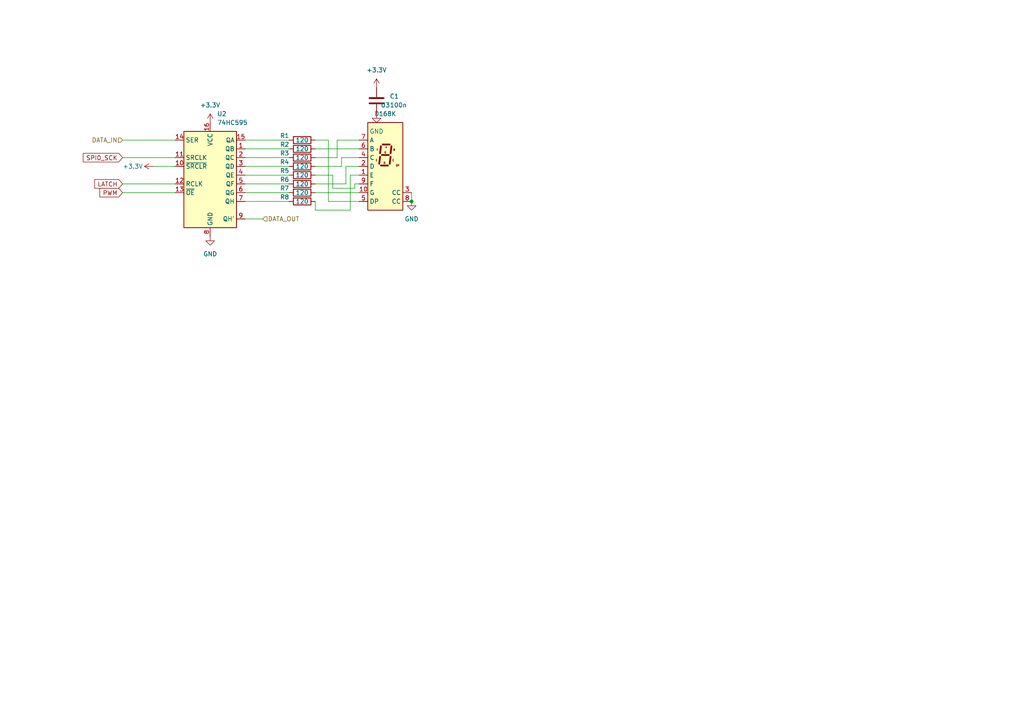
<source format=kicad_sch>
(kicad_sch (version 20211123) (generator eeschema)
  (paper "A4")
  (lib_symbols
    (symbol "74xx:74HC595"
      (property "Reference" "U" (at -7.62 13.97 0))
      (property "Value" "74HC595" (at -7.62 -16.51 0))
      (symbol "74HC595_1_0"
        (pin tri_state line (at 10.16 7.62 180) (length 2.54) (name "QB") (number "1"))
        (pin input line (at -10.16 2.54 0) (length 2.54) (name "~{SRCLR}") (number "10"))
        (pin input line (at -10.16 5.08 0) (length 2.54) (name "SRCLK") (number "11"))
        (pin input line (at -10.16 -2.54 0) (length 2.54) (name "RCLK") (number "12"))
        (pin input line (at -10.16 -5.08 0) (length 2.54) (name "~{OE}") (number "13"))
        (pin input line (at -10.16 10.16 0) (length 2.54) (name "SER") (number "14"))
        (pin tri_state line (at 10.16 10.16 180) (length 2.54) (name "QA") (number "15"))
        (pin power_in line (at 0 15.24 270) (length 2.54) (name "VCC") (number "16"))
        (pin tri_state line (at 10.16 5.08 180) (length 2.54) (name "QC") (number "2"))
        (pin tri_state line (at 10.16 2.54 180) (length 2.54) (name "QD") (number "3"))
        (pin tri_state line (at 10.16 0 180) (length 2.54) (name "QE") (number "4"))
        (pin tri_state line (at 10.16 -2.54 180) (length 2.54) (name "QF") (number "5"))
        (pin tri_state line (at 10.16 -5.08 180) (length 2.54) (name "QG") (number "6"))
        (pin tri_state line (at 10.16 -7.62 180) (length 2.54) (name "QH") (number "7"))
        (pin power_in line (at 0 -17.78 90) (length 2.54) (name "GND") (number "8"))
        (pin output line (at 10.16 -12.7 180) (length 2.54) (name "QH'") (number "9"))
      )
      (symbol "74HC595_1_1"
        (rectangle (start -7.62 12.7) (end 7.62 -15.24) (stroke (width 0.254)) (fill (type background)))
      )
    )
    (symbol "Device:C" (pin_numbers hide) (pin_names (offset 0.254))
      (property "Reference" "C" (at 0.635 2.54 0))
      (property "Value" "C" (at 0.635 -2.54 0))
      (symbol "C_0_1"
        (polyline (pts (xy -2.032 -0.762) (xy 2.032 -0.762)) (stroke (width 0.508)))
        (polyline (pts (xy -2.032 0.762) (xy 2.032 0.762)) (stroke (width 0.508)))
      )
      (symbol "C_1_1"
        (pin passive line (at 0 3.81 270) (length 2.794) (name "~") (number "1"))
        (pin passive line (at 0 -3.81 90) (length 2.794) (name "~") (number "2"))
      )
    )
    (symbol "Device:R" (pin_numbers hide) (pin_names (offset 0))
      (property "Reference" "R" (at 2.032 0 90))
      (property "Value" "R" (at 0 0 90))
      (symbol "R_0_1"
        (rectangle (start -1.016 -2.54) (end 1.016 2.54) (stroke (width 0.254)))
      )
      (symbol "R_1_1"
        (pin passive line (at 0 3.81 270) (length 1.27) (name "~") (number "1"))
        (pin passive line (at 0 -3.81 90) (length 1.27) (name "~") (number "2"))
      )
    )
    (symbol "Display_Character:D168K"
      (property "Reference" "U" (at -2.54 13.97 0))
      (property "Value" "D168K" (at 1.27 13.97 0))
      (symbol "D168K_0_0"
        (text "A" (at 0.254 5.588 0) (effects (font (size 0.508 0.508))))
        (text "B" (at 2.54 4.826 0) (effects (font (size 0.508 0.508))))
        (text "C" (at 2.286 1.778 0) (effects (font (size 0.508 0.508))))
        (text "D" (at -0.254 1.016 0) (effects (font (size 0.508 0.508))))
        (text "DP" (at 3.556 0.254 0) (effects (font (size 0.508 0.508))))
        (text "E" (at -2.54 1.778 0) (effects (font (size 0.508 0.508))))
        (text "F" (at -2.286 4.826 0) (effects (font (size 0.508 0.508))))
        (text "G" (at 0 4.064 0) (effects (font (size 0.508 0.508))))
      )
      (symbol "D168K_0_1"
        (rectangle (start -5.08 12.7) (end 5.08 -12.7) (stroke (width 0.254)) (fill (type background)))
        (polyline (pts (xy -1.524 2.794) (xy -1.778 0.762)) (stroke (width 0.508)))
        (polyline (pts (xy -1.27 0.254) (xy 0.762 0.254)) (stroke (width 0.508)))
        (polyline (pts (xy -1.27 5.842) (xy -1.524 3.81)) (stroke (width 0.508)))
        (polyline (pts (xy -1.016 3.302) (xy 1.016 3.302)) (stroke (width 0.508)))
        (polyline (pts (xy -0.762 6.35) (xy 1.27 6.35)) (stroke (width 0.508)))
        (polyline (pts (xy 1.524 2.794) (xy 1.27 0.762)) (stroke (width 0.508)))
        (polyline (pts (xy 1.778 5.842) (xy 1.524 3.81)) (stroke (width 0.508)))
        (polyline (pts (xy 2.54 0.254) (xy 2.54 0.254)) (stroke (width 0.508)))
      )
      (symbol "D168K_1_1"
        (pin input line (at -7.62 -2.54 0) (length 2.54) (name "E") (number "1"))
        (pin input line (at -7.62 -7.62 0) (length 2.54) (name "G") (number "10"))
        (pin input line (at -7.62 0 0) (length 2.54) (name "D") (number "2"))
        (pin input line (at 7.62 -7.62 180) (length 2.54) (name "CC") (number "3"))
        (pin input line (at -7.62 2.54 0) (length 2.54) (name "C") (number "4"))
        (pin input line (at -7.62 -10.16 0) (length 2.54) (name "DP") (number "5"))
        (pin input line (at -7.62 5.08 0) (length 2.54) (name "B") (number "6"))
        (pin input line (at -7.62 7.62 0) (length 2.54) (name "A") (number "7"))
        (pin input line (at 7.62 -10.16 180) (length 2.54) (name "CC") (number "8"))
        (pin input line (at -7.62 -5.08 0) (length 2.54) (name "F") (number "9"))
      )
    )
    (symbol "power:+3.3V" (power) (pin_names (offset 0))
      (property "Value" "+3.3V" (at 0 3.556 0))
      (symbol "+3.3V_0_1"
        (polyline (pts (xy -0.762 1.27) (xy 0 2.54)))
        (polyline (pts (xy 0 0) (xy 0 2.54)))
        (polyline (pts (xy 0 2.54) (xy 0.762 1.27)))
      )
      (symbol "+3.3V_1_1"
        (pin power_in line (at 0 0 90) (length 0) hide (name "+3.3V") (number "1"))
      )
    )
    (symbol "power:GND" (power) (pin_names (offset 0))
      (property "Value" "GND" (at 0 -3.81 0))
      (symbol "GND_0_1"
        (polyline (pts (xy 0 0) (xy 0 -1.27) (xy 1.27 -1.27) (xy 0 -2.54) (xy -1.27 -1.27) (xy 0 -1.27)))
      )
      (symbol "GND_1_1"
        (pin power_in line (at 0 0 270) (length 0) hide (name "GND") (number "1"))
      )
    )
  )
  (junction (at 119.38 58.42))
  (wire (pts (xy 95.25 58.42) (xy 104.14 58.42)))
  (wire (pts (xy 97.79 45.72) (xy 97.79 40.64)))
  (wire (pts (xy 97.79 40.64) (xy 104.14 40.64)))
  (wire (pts (xy 91.44 50.8) (xy 96.52 50.8)))
  (wire (pts (xy 71.12 53.34) (xy 83.82 53.34)))
  (wire (pts (xy 100.33 48.26) (xy 104.14 48.26)))
  (wire (pts (xy 91.44 43.18) (xy 104.14 43.18)))
  (wire (pts (xy 35.56 53.34) (xy 50.8 53.34)))
  (wire (pts (xy 35.56 40.64) (xy 50.8 40.64)))
  (wire (pts (xy 96.52 50.8) (xy 96.52 54.61)))
  (wire (pts (xy 71.12 43.18) (xy 83.82 43.18)))
  (wire (pts (xy 91.44 40.64) (xy 95.25 40.64)))
  (wire (pts (xy 71.12 40.64) (xy 83.82 40.64)))
  (wire (pts (xy 71.12 50.8) (xy 83.82 50.8)))
  (wire (pts (xy 101.6 50.8) (xy 104.14 50.8)))
  (wire (pts (xy 71.12 45.72) (xy 83.82 45.72)))
  (wire (pts (xy 119.38 55.88) (xy 119.38 58.42)))
  (wire (pts (xy 99.06 45.72) (xy 104.14 45.72)))
  (wire (pts (xy 95.25 40.64) (xy 95.25 58.42)))
  (wire (pts (xy 35.56 45.72) (xy 50.8 45.72)))
  (wire (pts (xy 102.87 54.61) (xy 102.87 53.34)))
  (wire (pts (xy 71.12 48.26) (xy 83.82 48.26)))
  (wire (pts (xy 91.44 55.88) (xy 104.14 55.88)))
  (wire (pts (xy 102.87 53.34) (xy 104.14 53.34)))
  (wire (pts (xy 91.44 58.42) (xy 91.44 60.96)))
  (wire (pts (xy 91.44 48.26) (xy 99.06 48.26)))
  (wire (pts (xy 91.44 60.96) (xy 101.6 60.96)))
  (wire (pts (xy 99.06 48.26) (xy 99.06 45.72)))
  (wire (pts (xy 35.56 55.88) (xy 50.8 55.88)))
  (wire (pts (xy 44.45 48.26) (xy 50.8 48.26)))
  (wire (pts (xy 101.6 60.96) (xy 101.6 50.8)))
  (wire (pts (xy 71.12 58.42) (xy 83.82 58.42)))
  (wire (pts (xy 106.68 54.61) (xy 106.68 55.88)))
  (wire (pts (xy 91.44 53.34) (xy 100.33 53.34)))
  (wire (pts (xy 71.12 63.5) (xy 76.2 63.5)))
  (wire (pts (xy 96.52 54.61) (xy 102.87 54.61)))
  (wire (pts (xy 100.33 53.34) (xy 100.33 48.26)))
  (wire (pts (xy 91.44 45.72) (xy 97.79 45.72)))
  (wire (pts (xy 71.12 55.88) (xy 83.82 55.88)))
  (global_label "SPI0_SCK" (shape input) (at 35.56 45.72 180) (property "Intersheet References" "${INTERSHEET_REFS}" (effects hide)))
  (global_label "LATCH" (shape input) (at 35.56 53.34 180) (property "Intersheet References" "${INTERSHEET_REFS}" (effects hide)))
  (global_label "PWM" (shape input) (at 35.56 55.88 180) (property "Intersheet References" "${INTERSHEET_REFS}" (effects hide)))
  (hierarchical_label "DATA_OUT" (shape input) (at 76.2 63.5 0))
  (hierarchical_label "DATA_IN" (shape input) (at 35.56 40.64 180))
  (symbol (lib_id "Device:R") (at 87.63 43.18 90) (unit 1)
    (property "Reference" "R2" (at 82.55 41.91 90))
    (property "Value" "120" (at 87.63 43.18 90))
    (property "Footprint" "Resistor_SMD:R_0402_1005Metric" (effects hide))
    (property "LCSC" "C25079" (effects hide))
  )
  (symbol (lib_id "Device:R") (at 87.63 48.26 90) (unit 1)
    (property "Reference" "R4" (at 82.55 46.99 90))
    (property "Value" "120" (at 87.63 48.26 90))
    (property "Footprint" "Resistor_SMD:R_0402_1005Metric" (effects hide))
    (property "LCSC" "C25079" (effects hide))
  )
  (symbol (lib_id "Display_Character:D168K") (at 111.76 48.26 0) (unit 1)
    (property "Reference" "U3" (at 111.76 30.48 0))
    (property "Value" "D168K" (at 111.76 33.02 0))
    (property "Footprint" "Display_7Segment:D1X8K" (effects hide))
    (property "Datasheet" "https://ia800903.us.archive.org/24/items/CTKD1x8K/Cromatek%20D168K.pdf" (effects hide))
    (property "LCSC" "C252201" (effects hide))
  )
  (symbol (lib_id "Device:R") (at 87.63 40.64 90) (unit 1)
    (property "Reference" "R1" (at 82.55 39.37 90))
    (property "Value" "120" (at 87.63 40.64 90))
    (property "Footprint" "Resistor_SMD:R_0402_1005Metric" (effects hide))
    (property "LCSC" "C25079" (effects hide))
  )
  (symbol (lib_id "Device:C") (at 109.22 29.21 0) (unit 1)
    (property "Reference" "C1" (at 113.03 27.9399 0) (effects (justify left)))
    (property "Value" "100n" (at 113.03 30.4799 0) (effects (justify left)))
    (property "Footprint" "Capacitor_SMD:C_0402_1005Metric" (effects hide))
    (property "LCSC" "C1525" (effects hide))
  )
  (symbol (lib_id "power:GND") (at 60.96 68.58 0) (unit 1)
    (property "Reference" "#PWR0102" (effects hide))
    (property "Value" "GND" (at 60.96 73.66 0))
  )
  (symbol (lib_id "Device:R") (at 87.63 53.34 90) (unit 1)
    (property "Reference" "R6" (at 82.55 52.07 90))
    (property "Value" "120" (at 87.63 53.34 90))
    (property "Footprint" "Resistor_SMD:R_0402_1005Metric" (effects hide))
    (property "LCSC" "C25079" (effects hide))
  )
  (symbol (lib_id "Device:R") (at 87.63 50.8 90) (unit 1)
    (property "Reference" "R5" (at 82.55 49.53 90))
    (property "Value" "120" (at 87.63 50.8 90))
    (property "Footprint" "Resistor_SMD:R_0402_1005Metric" (effects hide))
    (property "LCSC" "C25079" (effects hide))
  )
  (symbol (lib_id "power:+3.3V") (at 60.96 35.56 0) (unit 1)
    (property "Reference" "#PWR0101" (effects hide))
    (property "Value" "+3.3V" (at 60.96 30.48 0))
  )
  (symbol (lib_id "power:GND") (at 109.22 33.02 0) (unit 1)
    (property "Reference" "#PWR0105" (effects hide))
    (property "Value" "GND" (at 109.22 38.1 0))
  )
  (symbol (lib_id "74xx:74HC595") (at 60.96 50.8 0) (unit 1)
    (property "Reference" "U2" (at 62.9794 33.02 0) (effects (justify left)))
    (property "Value" "74HC595" (at 62.9794 35.56 0) (effects (justify left)))
    (property "Footprint" "Package_SO:SOIC-16_3.9x9.9mm_P1.27mm" (effects hide))
    (property "Datasheet" "http://www.ti.com/lit/ds/symlink/sn74hc595.pdf" (effects hide))
    (property "LCSC" "C5947" (effects hide))
  )
  (symbol (lib_id "Device:R") (at 87.63 45.72 90) (unit 1)
    (property "Reference" "R3" (at 82.55 44.45 90))
    (property "Value" "120" (at 87.63 45.72 90))
    (property "Footprint" "Resistor_SMD:R_0402_1005Metric" (effects hide))
    (property "LCSC" "C25079" (effects hide))
  )
  (symbol (lib_id "Device:R") (at 87.63 55.88 90) (unit 1)
    (property "Reference" "R7" (at 82.55 54.61 90))
    (property "Value" "120" (at 87.63 55.88 90))
    (property "Footprint" "Resistor_SMD:R_0402_1005Metric" (effects hide))
    (property "LCSC" "C25079" (effects hide))
  )
  (symbol (lib_id "power:+3.3V") (at 109.22 25.4 0) (unit 1)
    (property "Reference" "#PWR0103" (effects hide))
    (property "Value" "+3.3V" (at 109.22 20.32 0))
  )
  (symbol (lib_id "power:GND") (at 119.38 58.42 0) (unit 1)
    (property "Reference" "#PWR0104" (effects hide))
    (property "Value" "GND" (at 119.38 63.5 0))
  )
  (symbol (lib_id "Device:R") (at 87.63 58.42 90) (unit 1)
    (property "Reference" "R8" (at 82.55 57.15 90))
    (property "Value" "120" (at 87.63 58.42 90))
    (property "Footprint" "Resistor_SMD:R_0402_1005Metric" (effects hide))
    (property "LCSC" "C25079" (effects hide))
  )
  (symbol (lib_id "power:+3.3V") (at 44.45 48.26 90) (unit 1)
    (property "Reference" "#PWR0106" (effects hide))
    (property "Value" "+3.3V" (at 35.56 48.26 90) (effects (justify right)))
  )
)
</source>
